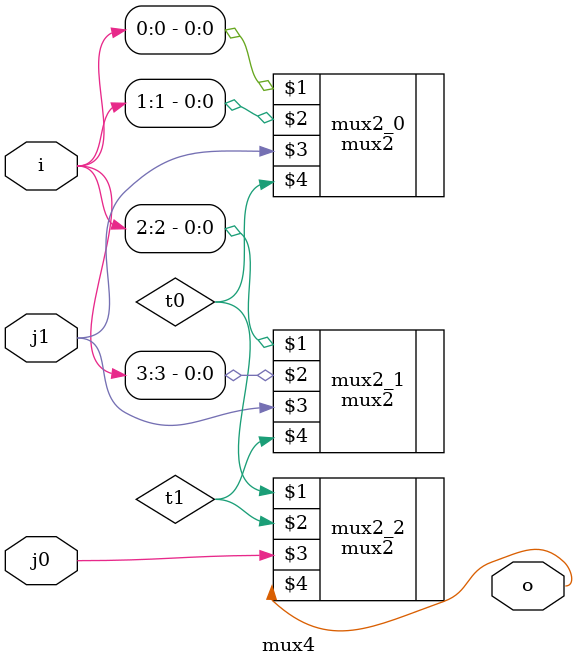
<source format=v>
module mux4 (input wire [0:3] i, input wire j1, j0, output wire o);
  wire t0, t1;
  mux2 mux2_0 (i[0], i[1], j1, t0);
  mux2 mux2_1 (i[2], i[3], j1, t1);
  mux2 mux2_2 (t0, t1, j0, o);
endmodule
</source>
